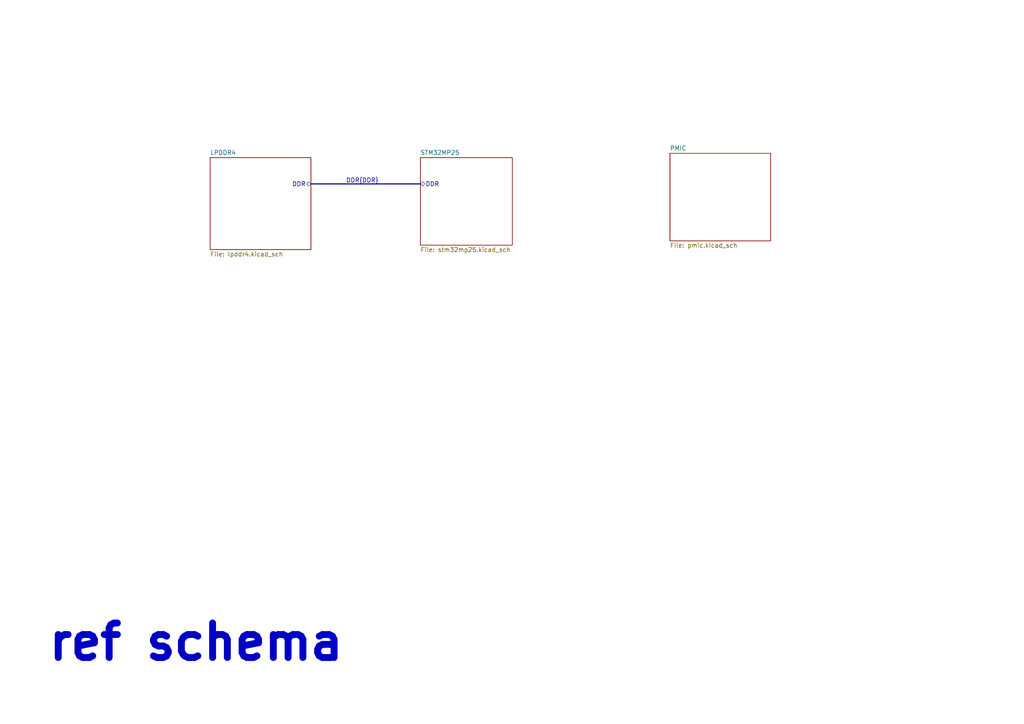
<source format=kicad_sch>
(kicad_sch
	(version 20250114)
	(generator "eeschema")
	(generator_version "9.0")
	(uuid "5f8e630b-79db-437a-bc04-3ab5a18328d4")
	(paper "A4")
	(lib_symbols)
	(text "ref schema"
		(exclude_from_sim no)
		(at 56.896 186.436 0)
		(effects
			(font
				(size 10 10)
				(thickness 2)
				(bold yes)
			)
			(href "file://mb1605-mp257f-c01-schematic.pdf")
		)
		(uuid "f4674d63-7a6a-4c25-b7cd-4a81cbdb8f59")
	)
	(bus
		(pts
			(xy 90.17 53.34) (xy 121.92 53.34)
		)
		(stroke
			(width 0)
			(type default)
		)
		(uuid "a9536ee1-ddc6-4e6f-9a5e-84fb8631046a")
	)
	(label "DDR{DDR}"
		(at 100.33 53.34 0)
		(effects
			(font
				(size 1.27 1.27)
			)
			(justify left bottom)
		)
		(uuid "0d7f1f1d-f55e-498d-b5c6-f7f8421edeb4")
	)
	(sheet
		(at 194.31 44.45)
		(size 29.21 25.4)
		(exclude_from_sim no)
		(in_bom yes)
		(on_board yes)
		(dnp no)
		(fields_autoplaced yes)
		(stroke
			(width 0.1524)
			(type solid)
		)
		(fill
			(color 0 0 0 0.0000)
		)
		(uuid "0a95856c-294b-4338-bdc8-e0c703864419")
		(property "Sheetname" "PMIC"
			(at 194.31 43.7384 0)
			(effects
				(font
					(size 1.27 1.27)
				)
				(justify left bottom)
			)
		)
		(property "Sheetfile" "pmic.kicad_sch"
			(at 194.31 70.4346 0)
			(effects
				(font
					(size 1.27 1.27)
				)
				(justify left top)
			)
		)
		(instances
			(project "stm32mp2-core"
				(path "/5f8e630b-79db-437a-bc04-3ab5a18328d4"
					(page "9")
				)
			)
		)
	)
	(sheet
		(at 60.96 45.72)
		(size 29.21 26.67)
		(exclude_from_sim no)
		(in_bom yes)
		(on_board yes)
		(dnp no)
		(fields_autoplaced yes)
		(stroke
			(width 0.1524)
			(type solid)
		)
		(fill
			(color 0 0 0 0.0000)
		)
		(uuid "30a30524-32cd-4ecd-9dfd-57739ac0c796")
		(property "Sheetname" "LPDDR4"
			(at 60.96 45.0084 0)
			(effects
				(font
					(size 1.27 1.27)
				)
				(justify left bottom)
			)
		)
		(property "Sheetfile" "lpddr4.kicad_sch"
			(at 60.96 72.9746 0)
			(effects
				(font
					(size 1.27 1.27)
				)
				(justify left top)
			)
		)
		(pin "DDR" bidirectional
			(at 90.17 53.34 0)
			(uuid "c07384f0-4e5d-4e69-a2b7-254f0c18e107")
			(effects
				(font
					(size 1.27 1.27)
				)
				(justify right)
			)
		)
		(instances
			(project "stm32mp2-core"
				(path "/5f8e630b-79db-437a-bc04-3ab5a18328d4"
					(page "8")
				)
			)
		)
	)
	(sheet
		(at 121.92 45.72)
		(size 26.67 25.4)
		(exclude_from_sim no)
		(in_bom yes)
		(on_board yes)
		(dnp no)
		(fields_autoplaced yes)
		(stroke
			(width 0.1524)
			(type solid)
		)
		(fill
			(color 0 0 0 0.0000)
		)
		(uuid "aee8d34b-63ae-4bb6-b2c4-42243784d1c3")
		(property "Sheetname" "STM32MP25"
			(at 121.92 45.0084 0)
			(effects
				(font
					(size 1.27 1.27)
				)
				(justify left bottom)
			)
		)
		(property "Sheetfile" "stm32mp25.kicad_sch"
			(at 121.92 71.7046 0)
			(effects
				(font
					(size 1.27 1.27)
				)
				(justify left top)
			)
		)
		(pin "DDR" bidirectional
			(at 121.92 53.34 180)
			(uuid "b1d012ce-d8d5-4c65-a1fb-39fcedf00605")
			(effects
				(font
					(size 1.27 1.27)
				)
				(justify left)
			)
		)
		(instances
			(project "stm32mp2-core"
				(path "/5f8e630b-79db-437a-bc04-3ab5a18328d4"
					(page "2")
				)
			)
		)
	)
	(sheet_instances
		(path "/"
			(page "1")
		)
	)
	(embedded_fonts no)
)

</source>
